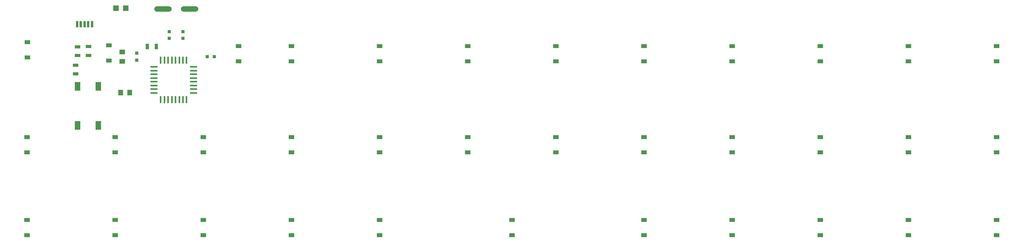
<source format=gbp>
G04 #@! TF.FileFunction,Paste,Bot*
%FSLAX46Y46*%
G04 Gerber Fmt 4.6, Leading zero omitted, Abs format (unit mm)*
G04 Created by KiCad (PCBNEW 4.0.4-stable) date 11/06/16 20:17:08*
%MOMM*%
%LPD*%
G01*
G04 APERTURE LIST*
%ADD10C,0.100000*%
%ADD11R,1.200000X1.900000*%
%ADD12O,3.800000X1.200000*%
%ADD13R,1.220000X0.910000*%
%ADD14R,0.450000X1.500000*%
%ADD15R,1.500000X0.450000*%
%ADD16R,1.250000X1.000000*%
%ADD17R,0.750000X0.800000*%
%ADD18R,0.800000X0.750000*%
%ADD19R,1.000000X1.250000*%
%ADD20R,1.300000X0.700000*%
%ADD21R,0.500000X1.400000*%
%ADD22R,0.700000X1.300000*%
%ADD23R,1.198880X1.198880*%
G04 APERTURE END LIST*
D10*
D11*
X-97310000Y-860000D03*
X-97310000Y7640000D03*
X-92810000Y-860000D03*
X-92810000Y7640000D03*
D12*
X-78850000Y24350000D03*
X-73050000Y24350000D03*
D13*
X-108125000Y13905000D03*
X-108125000Y17175000D03*
X-90480000Y13205000D03*
X-90480000Y16475000D03*
X-62500000Y13065000D03*
X-62500000Y16335000D03*
X-51010000Y13065000D03*
X-51010000Y16335000D03*
X-31960000Y13065000D03*
X-31960000Y16335000D03*
X-12910000Y13065000D03*
X-12910000Y16335000D03*
X6140000Y13065000D03*
X6140000Y16335000D03*
X25190000Y13065000D03*
X25190000Y16335000D03*
X44240000Y13065000D03*
X44240000Y16335000D03*
X63290000Y13065000D03*
X63290000Y16335000D03*
X82340000Y13065000D03*
X82340000Y16335000D03*
X101390000Y13065000D03*
X101390000Y16335000D03*
X-108160000Y-6705000D03*
X-108160000Y-3435000D03*
X-89110000Y-6705000D03*
X-89110000Y-3435000D03*
X-70060000Y-6705000D03*
X-70060000Y-3435000D03*
X-51010000Y-6705000D03*
X-51010000Y-3435000D03*
X-31960000Y-6705000D03*
X-31960000Y-3435000D03*
X-12910000Y-6705000D03*
X-12910000Y-3435000D03*
X6140000Y-6705000D03*
X6140000Y-3435000D03*
X25190000Y-6705000D03*
X25190000Y-3435000D03*
X44240000Y-6705000D03*
X44240000Y-3435000D03*
X63290000Y-6705000D03*
X63290000Y-3435000D03*
X82340000Y-6705000D03*
X82340000Y-3435000D03*
X101390000Y-6705000D03*
X101390000Y-3435000D03*
X-108160000Y-24635000D03*
X-108160000Y-21365000D03*
X-89110000Y-24635000D03*
X-89110000Y-21365000D03*
X-70060000Y-24635000D03*
X-70060000Y-21365000D03*
X-51010000Y-24635000D03*
X-51010000Y-21365000D03*
X-31960000Y-24635000D03*
X-31960000Y-21365000D03*
X-3400000Y-24635000D03*
X-3400000Y-21365000D03*
X25190000Y-24635000D03*
X25190000Y-21365000D03*
X44240000Y-24635000D03*
X44240000Y-21365000D03*
X63290000Y-24635000D03*
X63290000Y-21365000D03*
X82340000Y-24635000D03*
X82340000Y-21365000D03*
X101390000Y-24635000D03*
X101390000Y-21365000D03*
D14*
X-73700000Y13250000D03*
X-74500000Y13250000D03*
X-75300000Y13250000D03*
X-76100000Y13250000D03*
X-76900000Y13250000D03*
X-77700000Y13250000D03*
X-78500000Y13250000D03*
X-79300000Y13250000D03*
X-79300000Y4750000D03*
X-73700000Y4750000D03*
X-74500000Y4750000D03*
X-75300000Y4750000D03*
X-76100000Y4750000D03*
X-76900000Y4750000D03*
X-77700000Y4750000D03*
X-78500000Y4750000D03*
D15*
X-80750000Y11800000D03*
X-80750000Y11000000D03*
X-80750000Y10200000D03*
X-80750000Y9400000D03*
X-80750000Y8600000D03*
X-80750000Y7800000D03*
X-80750000Y7000000D03*
X-80750000Y6200000D03*
X-72250000Y11800000D03*
X-72250000Y11000000D03*
X-72250000Y10200000D03*
X-72250000Y9400000D03*
X-72250000Y8600000D03*
X-72250000Y7800000D03*
X-72250000Y7000000D03*
X-72250000Y6200000D03*
D16*
X-87627111Y13028819D03*
X-87627111Y15028819D03*
D17*
X-84517111Y13278819D03*
X-84517111Y14778819D03*
D18*
X-69250000Y14000000D03*
X-67750000Y14000000D03*
D19*
X-86000000Y6250000D03*
X-88000000Y6250000D03*
D17*
X-77500000Y18000000D03*
X-77500000Y19500000D03*
X-74500000Y18000000D03*
X-74500000Y19500000D03*
D20*
X-97240000Y14280000D03*
X-97240000Y16180000D03*
X-94930000Y14300000D03*
X-94930000Y16200000D03*
X-97720600Y10302040D03*
X-97720600Y12202040D03*
D21*
X-97360000Y21090000D03*
X-96560000Y21090000D03*
X-95760000Y21090000D03*
X-94960000Y21090000D03*
X-94160000Y21090000D03*
D22*
X-82200000Y16250000D03*
X-80300000Y16250000D03*
D23*
X-86900000Y24500000D03*
X-88998040Y24500000D03*
M02*

</source>
